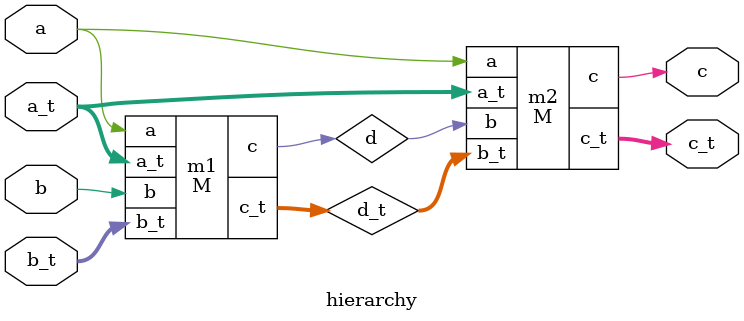
<source format=v>
module S(a, a_t, b, b_t, c, c_t);
    input a,b;
    input [31:0] a_t, b_t;
    output c;
    output [31:0] c_t;

    assign c = a & b;
    assign c_t = ((a > 0 ? b_t : 0) | (b > 0 ? a_t : 0) | (a_t & b_t ));
endmodule


module M(a, a_t, b, b_t, c, c_t);
    input a,b;
    input [31:0] a_t, b_t;
    wire d;
    wire [31:0] d_t;
    wire e, f;
    wire [31:0] e_t, f_t;
    output c;
    output [31:0] c_t;
    
    S s1(.a(e),
        .a_t(e_t),
        .b(b), 
        .b_t(b_t), 
        .c(d), 
        .c_t(d_t));
    S s2(.a(f), 
        .a_t(f_t), 
        .b(d), 
        .b_t(d_t), 
        .c(c), 
        .c_t(c_t));
 
    assign e = a ^ b;
    assign e_t = a_t | b_t;
    assign f = a | b;
    assign f_t = ((a == 0 ? b_t : 0) | ( b == 0 ? a_t : 0) | (a_t & b_t)); 
 
endmodule

module hierarchy(a, a_t, b, b_t, c, c_t);
    input a,b;
    input [31:0] a_t, b_t;
    wire d;
    wire [31:0] d_t;
    output c;
    output [31:0] c_t;

    M m1(.a(a), .a_t(a_t), .b(b), .b_t(b_t), .c(d), .c_t(d_t));
    M m2(.a(a), .a_t(a_t), .b(d), .b_t(d_t), .c(c), .c_t(c_t));
endmodule


</source>
